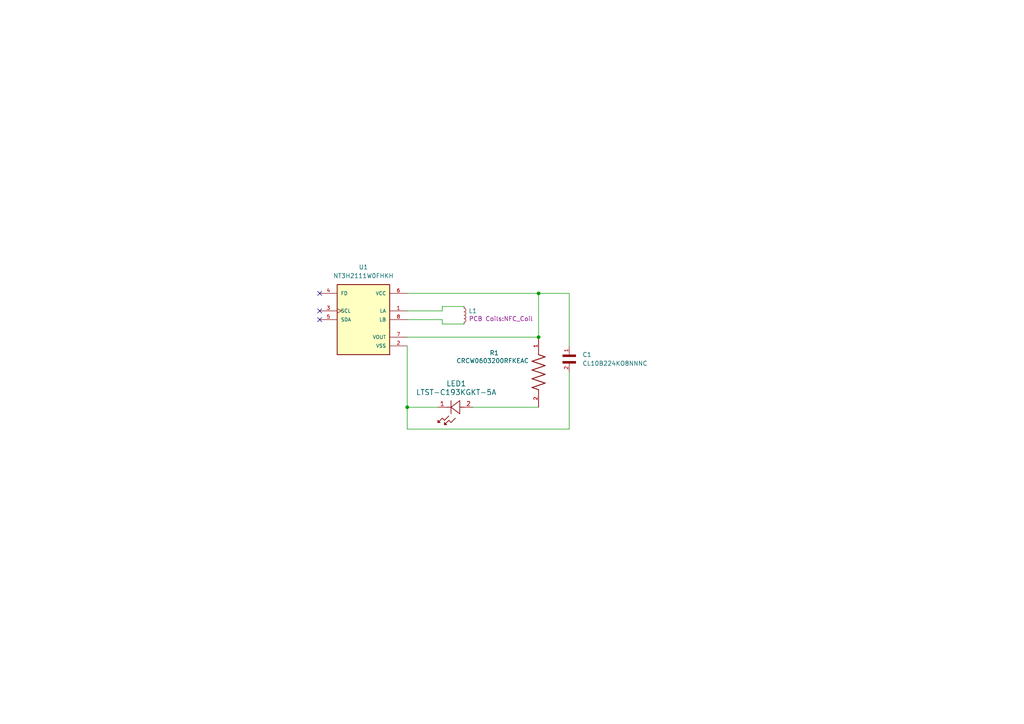
<source format=kicad_sch>
(kicad_sch (version 20250114) (generator "eeschema") (generator_version "9.0")
  (paper "A4")
  (lib_symbols
    (symbol "2025-11-11_16-30-43:LTST-C193KGKT-5A" (pin_names (offset 0.254))
      (property "Reference" "LED" (at 5.08 -4.445 0))
      (property "Value" "LTST-C193KGKT-5A" (at 5.08 -7.62 0))
      (symbol "LTST-C193KGKT-5A_1_1"
        (polyline (pts (xy 2.54 0) (xy 3.4798 0)) (stroke (width 0.2032)))
        (polyline (pts (xy 3.175 0) (xy 3.81 0)) (stroke (width 0.2032)))
        (polyline (pts (xy 3.81 1.905) (xy 3.81 -1.905)) (stroke (width 0.2032)))
        (polyline (pts (xy 3.81 -1.905) (xy 6.35 0)) (stroke (width 0.2032)))
        (polyline (pts (xy 5.08 3.175) (xy 6.35 4.445)) (stroke (width 0.2032)))
        (polyline (pts (xy 6.35 4.445) (xy 6.985 3.81)) (stroke (width 0.2032)))
        (polyline (pts (xy 6.35 0) (xy 3.81 1.905)) (stroke (width 0.2032)))
        (polyline (pts (xy 6.35 0) (xy 7.62 0)) (stroke (width 0.2032)))
        (polyline (pts (xy 6.35 -1.905) (xy 6.35 1.905)) (stroke (width 0.2032)))
        (polyline (pts (xy 6.985 3.81) (xy 8.255 5.08)) (stroke (width 0.2032)))
        (polyline (pts (xy 6.985 2.54) (xy 8.255 3.81)) (stroke (width 0.2032)))
        (polyline (pts (xy 7.62 5.08) (xy 8.255 4.445)) (stroke (width 0.2032)))
        (polyline (pts (xy 8.255 5.08) (xy 7.62 5.08)) (stroke (width 0.2032)))
        (polyline (pts (xy 8.255 4.445) (xy 8.255 5.08)) (stroke (width 0.2032)))
        (polyline (pts (xy 8.255 3.81) (xy 8.89 3.175)) (stroke (width 0.2032)))
        (polyline (pts (xy 8.89 3.175) (xy 10.16 4.445)) (stroke (width 0.2032)))
        (polyline (pts (xy 9.525 4.445) (xy 10.16 3.81)) (stroke (width 0.2032)))
        (polyline (pts (xy 10.16 4.445) (xy 9.525 4.445)) (stroke (width 0.2032)))
        (polyline (pts (xy 10.16 3.81) (xy 10.16 4.445)) (stroke (width 0.2032)))
        (pin unspecified line (at 0 0 0) (length 2.54) (name "") (number "2"))
        (pin unspecified line (at 10.16 0 180) (length 2.54) (name "") (number "1"))
      )
      (symbol "LTST-C193KGKT-5A_1_2"
        (polyline (pts (xy -5.08 8.255) (xy -5.08 7.62)) (stroke (width 0.2032)))
        (polyline (pts (xy -5.08 7.62) (xy -4.445 8.255)) (stroke (width 0.2032)))
        (polyline (pts (xy -4.445 10.16) (xy -4.445 9.525)) (stroke (width 0.2032)))
        (polyline (pts (xy -4.445 9.525) (xy -3.81 10.16)) (stroke (width 0.2032)))
        (polyline (pts (xy -4.445 8.255) (xy -5.08 8.255)) (stroke (width 0.2032)))
        (polyline (pts (xy -4.445 6.35) (xy -3.81 6.985)) (stroke (width 0.2032)))
        (polyline (pts (xy -3.81 10.16) (xy -4.445 10.16)) (stroke (width 0.2032)))
        (polyline (pts (xy -3.81 8.255) (xy -3.175 8.89)) (stroke (width 0.2032)))
        (polyline (pts (xy -3.81 6.985) (xy -5.08 8.255)) (stroke (width 0.2032)))
        (polyline (pts (xy -3.175 8.89) (xy -4.445 10.16)) (stroke (width 0.2032)))
        (polyline (pts (xy -3.175 5.08) (xy -4.445 6.35)) (stroke (width 0.2032)))
        (polyline (pts (xy -2.54 6.985) (xy -3.81 8.255)) (stroke (width 0.2032)))
        (polyline (pts (xy -1.905 3.81) (xy 1.905 3.81)) (stroke (width 0.2032)))
        (polyline (pts (xy 0 6.35) (xy -1.905 3.81)) (stroke (width 0.2032)))
        (polyline (pts (xy 0 6.35) (xy 0 7.62)) (stroke (width 0.2032)))
        (polyline (pts (xy 0 3.175) (xy 0 3.81)) (stroke (width 0.2032)))
        (polyline (pts (xy 0 2.54) (xy 0 3.4798)) (stroke (width 0.2032)))
        (polyline (pts (xy 1.905 6.35) (xy -1.905 6.35)) (stroke (width 0.2032)))
        (polyline (pts (xy 1.905 3.81) (xy 0 6.35)) (stroke (width 0.2032)))
        (pin unspecified line (at 0 10.16 270) (length 2.54) (name "") (number "1"))
        (pin unspecified line (at 0 0 90) (length 2.54) (name "") (number "2"))
      )
    )
    (symbol "CL10B224KO8NNNC:CL10B224KO8NNNC" (pin_names (offset 1.016))
      (property "Reference" "C" (at 0 3.8109 0))
      (property "Value" "CL10B224KO8NNNC" (at 0 -5.0885 0))
      (symbol "CL10B224KO8NNNC_0_0"
        (rectangle (start 0 -1.9069) (end 0.635 1.905) (stroke (width 0.1)) (fill (type outline)))
        (rectangle (start 1.9069 -1.9069) (end 2.54 1.905) (stroke (width 0.1)) (fill (type outline)))
        (pin passive line (at -2.54 0 0) (length 2.54) (name "~") (number "1"))
        (pin passive line (at 5.08 0 180) (length 2.54) (name "~") (number "2"))
      )
    )
    (symbol "CRCW0603200RFKEAC:CRCW0603200RFKEAC" (pin_names (offset 1.016))
      (property "Reference" "R" (at -7.6244 2.5415 0))
      (property "Value" "CRCW0603200RFKEAC" (at -7.63 -5.0866 0))
      (symbol "CRCW0603200RFKEAC_0_0"
        (polyline (pts (xy -5.08 0) (xy -4.445 1.905)) (stroke (width 0.254)))
        (polyline (pts (xy -4.445 1.905) (xy -3.175 -1.905)) (stroke (width 0.254)))
        (polyline (pts (xy -3.175 -1.905) (xy -1.905 1.905)) (stroke (width 0.254)))
        (polyline (pts (xy -1.905 1.905) (xy -0.635 -1.905)) (stroke (width 0.254)))
        (polyline (pts (xy -0.635 -1.905) (xy 0.635 1.905)) (stroke (width 0.254)))
        (polyline (pts (xy 0.635 1.905) (xy 1.905 -1.905)) (stroke (width 0.254)))
        (polyline (pts (xy 1.905 -1.905) (xy 3.175 1.905)) (stroke (width 0.254)))
        (polyline (pts (xy 3.175 1.905) (xy 4.445 -1.905)) (stroke (width 0.254)))
        (polyline (pts (xy 4.445 -1.905) (xy 5.08 0)) (stroke (width 0.254)))
        (pin passive line (at -10.16 0 0) (length 5.08) (name "~") (number "1"))
        (pin passive line (at 10.16 0 180) (length 5.08) (name "~") (number "2"))
      )
    )
    (symbol "Device:L_Small" (pin_numbers (hide yes)) (pin_names (offset 0.254) (hide yes))
      (property "Reference" "L" (at 0.762 1.016 0))
      (property "Value" "L_Small" (at 0.762 -1.016 0))
      (symbol "L_Small_0_1"
        (arc (start 0 2.032) (mid 0.5058 1.524) (end 0 1.016))
        (arc (start 0 1.016) (mid 0.5058 0.508) (end 0 0))
        (arc (start 0 0) (mid 0.5058 -0.508) (end 0 -1.016))
        (arc (start 0 -1.016) (mid 0.5058 -1.524) (end 0 -2.032))
      )
      (symbol "L_Small_1_1"
        (pin passive line (at 0 2.54 270) (length 0.508) (name "~") (number "1"))
        (pin passive line (at 0 -2.54 90) (length 0.508) (name "~") (number "2"))
      )
    )
    (symbol "NT3H2111W0FHKH:NT3H2111W0FHKH" (pin_names (offset 1.016))
      (property "Reference" "U" (at -7.6233 10.6725 0))
      (property "Value" "NT3H2111W0FHKH" (at -7.6248 -12.708 0))
      (symbol "NT3H2111W0FHKH_0_0"
        (rectangle (start -7.62 -10.16) (end 7.62 10.16) (stroke (width 0.254)) (fill (type background)))
        (pin input line (at -12.7 7.62 0) (length 5.08) (name "FD") (number "4"))
        (pin input clock (at -12.7 2.54 0) (length 5.08) (name "SCL") (number "3"))
        (pin bidirectional line (at -12.7 0 0) (length 5.08) (name "SDA") (number "5"))
        (pin power_in line (at 12.7 7.62 180) (length 5.08) (name "VCC") (number "6"))
        (pin bidirectional line (at 12.7 2.54 180) (length 5.08) (name "LA") (number "1"))
        (pin bidirectional line (at 12.7 0 180) (length 5.08) (name "LB") (number "8"))
        (pin output line (at 12.7 -5.08 180) (length 5.08) (name "VOUT") (number "7"))
        (pin power_in line (at 12.7 -7.62 180) (length 5.08) (name "VSS") (number "2"))
      )
    )
  )
  (junction (at 156.21 85.09))
  (junction (at 156.21 97.79))
  (junction (at 118.11 118.11))
  (no_connect (at 92.71 92.71))
  (no_connect (at 92.71 85.09))
  (no_connect (at 92.71 90.17))
  (wire (pts (xy 128.27 90.17) (xy 128.27 88.9)))
  (wire (pts (xy 118.11 90.17) (xy 128.27 90.17)))
  (wire (pts (xy 156.21 85.09) (xy 156.21 97.79)))
  (wire (pts (xy 118.11 97.79) (xy 156.21 97.79)))
  (wire (pts (xy 128.27 88.9) (xy 134.62 88.9)))
  (wire (pts (xy 165.1 107.95) (xy 165.1 124.46)))
  (wire (pts (xy 128.27 93.98) (xy 128.27 92.71)))
  (wire (pts (xy 165.1 85.09) (xy 165.1 100.33)))
  (wire (pts (xy 118.11 118.11) (xy 127 118.11)))
  (wire (pts (xy 134.62 93.98) (xy 128.27 93.98)))
  (wire (pts (xy 165.1 124.46) (xy 118.11 124.46)))
  (wire (pts (xy 156.21 85.09) (xy 165.1 85.09)))
  (wire (pts (xy 137.16 118.11) (xy 156.21 118.11)))
  (wire (pts (xy 118.11 85.09) (xy 156.21 85.09)))
  (wire (pts (xy 118.11 124.46) (xy 118.11 118.11)))
  (wire (pts (xy 118.11 92.71) (xy 128.27 92.71)))
  (wire (pts (xy 118.11 118.11) (xy 118.11 100.33)))
  (symbol (lib_id "CL10B224KO8NNNC:CL10B224KO8NNNC") (at 165.1 102.87 270) (unit 1)
    (property "Reference" "C1" (at 168.91 102.8699 90) (effects (justify left)))
    (property "Value" "CL10B224KO8NNNC" (at 168.91 105.4099 90) (effects (justify left)))
    (property "Footprint" "CL10B224KO8NNNC:CAPC1608X90N" (effects (hide yes)))
    (property "E_max" "0.9" (effects (hide yes)))
    (property "L_max" "0.5" (effects (hide yes)))
    (property "A_max" "0.9" (effects (hide yes)))
    (property "L1_nom" "0.3" (effects (hide yes)))
    (property "D_max" "1.7" (effects (hide yes)))
    (property "A_nom" "0.9" (effects (hide yes)))
    (property "L1_max" "0.5" (effects (hide yes)))
    (property "L1_min" "0.1" (effects (hide yes)))
    (property "A_min" "0.9" (effects (hide yes)))
    (property "E_min" "0.7" (effects (hide yes)))
    (property "D_min" "1.5" (effects (hide yes)))
    (property "D_nom" "1.6" (effects (hide yes)))
    (property "E_nom" "0.8" (effects (hide yes)))
    (property "STANDARD" "IPC 7351B" (effects (hide yes)))
    (property "L_min" "0.1" (effects (hide yes)))
    (property "L_nom" "0.3" (effects (hide yes)))
    (property "MANUFACTURER" "Samsung" (effects (hide yes)))
    (property "Supplier" "https://www.digikey.ca/en/products/detail/samsung-electro-mechanics/CL10B224KO8NNNC/3886770" (effects (hide yes)))
    (property "Box" "003" (effects (hide yes)))
  )
  (symbol (lib_id "CRCW0603200RFKEAC:CRCW0603200RFKEAC") (at 156.21 107.95 270) (unit 1)
    (property "Reference" "R1" (at 141.986 102.362 90) (effects (justify left)))
    (property "Value" "CRCW0603200RFKEAC" (at 132.334 104.648 90) (effects (justify left)))
    (property "Footprint" "CRCW0603200RFKEAC:RESC1608X55N" (effects (hide yes)))
    (property "Supplier" "https://www.digikey.ca/en/products/detail/vishay-dale/CRCW0603200RFKEAC/7928457" (effects (hide yes)))
    (property "Box" "002" (effects (hide yes)))
  )
  (symbol (lib_id "NT3H2111W0FHKH:NT3H2111W0FHKH") (at 105.41 92.71 0) (unit 1)
    (property "Reference" "U1" (at 105.41 77.47 0))
    (property "Value" "NT3H2111W0FHKH" (at 105.41 80.01 0))
    (property "Footprint" "NT3H2111W0FHKH:QFN8P50_160X160X50L40X20N" (effects (hide yes)))
    (property "MANUFACTURER" "NXP Semiconductors" (effects (hide yes)))
    (property "Supplier" "https://www.digikey.ca/en/products/detail/nxp-usa-inc/NT3H2111W0FHKH/5872977" (effects (hide yes)))
    (property "Box" "001" (effects (hide yes)))
  )
  (symbol (lib_id "Device:L_Small") (at 134.62 91.44 0) (unit 1)
    (property "Reference" "L1" (at 135.89 90.1699 0) (effects (justify left)))
    (property "Value" "L_Small" (effects (hide yes)))
    (property "Footprint" "PCB Coils:NFC_Coil" (at 145.288 92.456 0))
    (property "Description" "Inductor, small symbol" (effects (hide yes)))
  )
  (symbol (lib_id "2025-11-11_16-30-43:LTST-C193KGKT-5A") (at 137.16 118.11 180) (unit 1)
    (property "Reference" "LED1" (at 132.334 111.252 0) (effects (font (size 1.524 1.524))))
    (property "Value" "LTST-C193KGKT-5A" (at 132.334 113.792 0) (effects (font (size 1.524 1.524))))
    (property "Footprint" "footprints:LED_LTST-C193KGKT-5A_LTO" (effects (hide yes)))
    (property "Datasheet" "LTST-C193KGKT-5A" (effects (hide yes)))
    (property "Supplier" "https://www.digikey.ca/en/products/detail/liteon/LTST-C193KGKT-5A/2356242" (effects (hide yes)))
    (property "Box" "004" (effects (hide yes)))
  )
)
</source>
